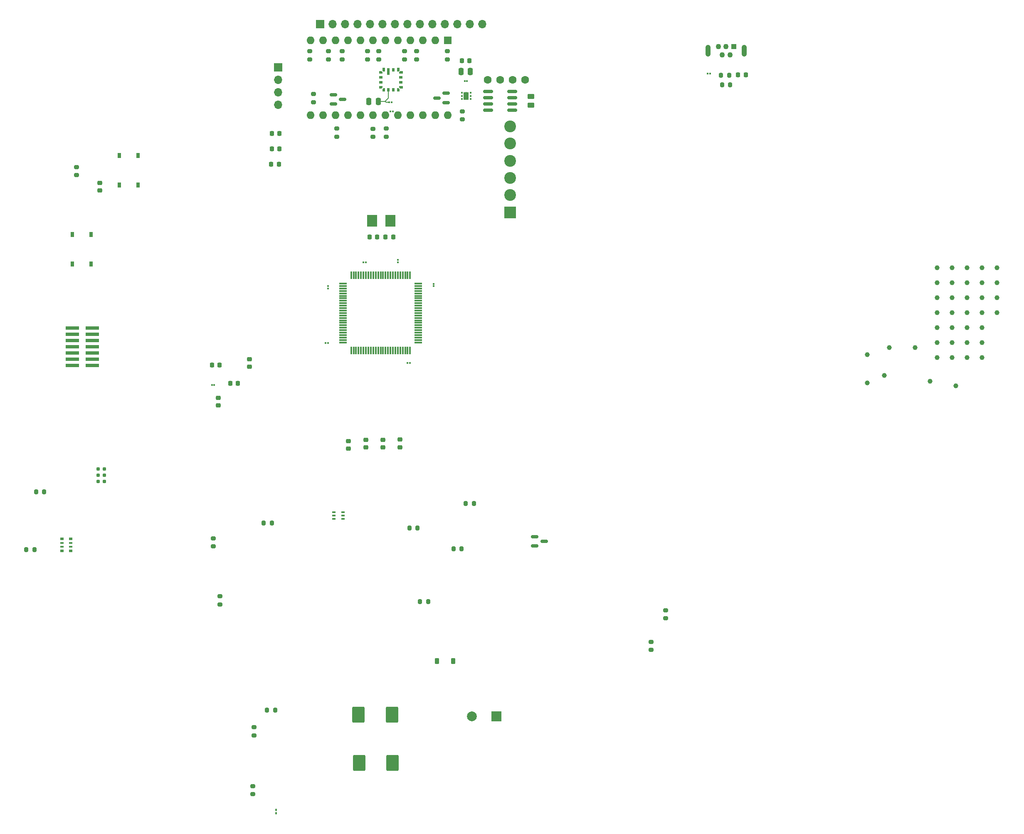
<source format=gbr>
%TF.GenerationSoftware,KiCad,Pcbnew,8.0.3-unknown-1000.20240604git093da7f.fc40*%
%TF.CreationDate,2024-06-05T17:15:31+10:00*%
%TF.ProjectId,l8-kicad,6c382d6b-6963-4616-942e-6b696361645f,1.00*%
%TF.SameCoordinates,Original*%
%TF.FileFunction,Copper,L1,Top*%
%TF.FilePolarity,Positive*%
%FSLAX46Y46*%
G04 Gerber Fmt 4.6, Leading zero omitted, Abs format (unit mm)*
G04 Created by KiCad (PCBNEW 8.0.3-unknown-1000.20240604git093da7f.fc40) date 2024-06-05 17:15:31*
%MOMM*%
%LPD*%
G01*
G04 APERTURE LIST*
G04 Aperture macros list*
%AMRoundRect*
0 Rectangle with rounded corners*
0 $1 Rounding radius*
0 $2 $3 $4 $5 $6 $7 $8 $9 X,Y pos of 4 corners*
0 Add a 4 corners polygon primitive as box body*
4,1,4,$2,$3,$4,$5,$6,$7,$8,$9,$2,$3,0*
0 Add four circle primitives for the rounded corners*
1,1,$1+$1,$2,$3*
1,1,$1+$1,$4,$5*
1,1,$1+$1,$6,$7*
1,1,$1+$1,$8,$9*
0 Add four rect primitives between the rounded corners*
20,1,$1+$1,$2,$3,$4,$5,0*
20,1,$1+$1,$4,$5,$6,$7,0*
20,1,$1+$1,$6,$7,$8,$9,0*
20,1,$1+$1,$8,$9,$2,$3,0*%
G04 Aperture macros list end*
%TA.AperFunction,EtchedComponent*%
%ADD10C,0.000000*%
%TD*%
%TA.AperFunction,SMDPad,CuDef*%
%ADD11RoundRect,0.225000X-0.225000X-0.375000X0.225000X-0.375000X0.225000X0.375000X-0.225000X0.375000X0*%
%TD*%
%TA.AperFunction,SMDPad,CuDef*%
%ADD12RoundRect,0.100000X-0.225000X-0.100000X0.225000X-0.100000X0.225000X0.100000X-0.225000X0.100000X0*%
%TD*%
%TA.AperFunction,SMDPad,CuDef*%
%ADD13RoundRect,0.200000X-0.200000X-0.275000X0.200000X-0.275000X0.200000X0.275000X-0.200000X0.275000X0*%
%TD*%
%TA.AperFunction,ComponentPad*%
%ADD14R,1.100000X1.100000*%
%TD*%
%TA.AperFunction,ComponentPad*%
%ADD15C,1.100000*%
%TD*%
%TA.AperFunction,ComponentPad*%
%ADD16O,1.100000X2.400000*%
%TD*%
%TA.AperFunction,SMDPad,CuDef*%
%ADD17R,2.000000X2.400000*%
%TD*%
%TA.AperFunction,SMDPad,CuDef*%
%ADD18RoundRect,0.200000X0.275000X-0.200000X0.275000X0.200000X-0.275000X0.200000X-0.275000X-0.200000X0*%
%TD*%
%TA.AperFunction,SMDPad,CuDef*%
%ADD19RoundRect,0.225000X0.250000X-0.225000X0.250000X0.225000X-0.250000X0.225000X-0.250000X-0.225000X0*%
%TD*%
%TA.AperFunction,SMDPad,CuDef*%
%ADD20R,0.750000X1.000000*%
%TD*%
%TA.AperFunction,SMDPad,CuDef*%
%ADD21RoundRect,0.075000X-0.075000X0.125000X-0.075000X-0.125000X0.075000X-0.125000X0.075000X0.125000X0*%
%TD*%
%TA.AperFunction,ConnectorPad*%
%ADD22C,0.787400*%
%TD*%
%TA.AperFunction,SMDPad,CuDef*%
%ADD23RoundRect,0.225000X-0.225000X-0.250000X0.225000X-0.250000X0.225000X0.250000X-0.225000X0.250000X0*%
%TD*%
%TA.AperFunction,ComponentPad*%
%ADD24C,1.600200*%
%TD*%
%TA.AperFunction,SMDPad,CuDef*%
%ADD25RoundRect,0.225000X-0.250000X0.225000X-0.250000X-0.225000X0.250000X-0.225000X0.250000X0.225000X0*%
%TD*%
%TA.AperFunction,SMDPad,CuDef*%
%ADD26RoundRect,0.100000X-0.100000X0.130000X-0.100000X-0.130000X0.100000X-0.130000X0.100000X0.130000X0*%
%TD*%
%TA.AperFunction,SMDPad,CuDef*%
%ADD27RoundRect,0.225000X0.225000X0.250000X-0.225000X0.250000X-0.225000X-0.250000X0.225000X-0.250000X0*%
%TD*%
%TA.AperFunction,SMDPad,CuDef*%
%ADD28C,1.000000*%
%TD*%
%TA.AperFunction,SMDPad,CuDef*%
%ADD29RoundRect,0.075000X-0.125000X-0.075000X0.125000X-0.075000X0.125000X0.075000X-0.125000X0.075000X0*%
%TD*%
%TA.AperFunction,SMDPad,CuDef*%
%ADD30RoundRect,0.150000X-0.587500X-0.150000X0.587500X-0.150000X0.587500X0.150000X-0.587500X0.150000X0*%
%TD*%
%TA.AperFunction,SMDPad,CuDef*%
%ADD31RoundRect,0.150000X-0.825000X-0.150000X0.825000X-0.150000X0.825000X0.150000X-0.825000X0.150000X0*%
%TD*%
%TA.AperFunction,SMDPad,CuDef*%
%ADD32RoundRect,0.075000X-0.075000X0.725000X-0.075000X-0.725000X0.075000X-0.725000X0.075000X0.725000X0*%
%TD*%
%TA.AperFunction,SMDPad,CuDef*%
%ADD33RoundRect,0.075000X-0.725000X0.075000X-0.725000X-0.075000X0.725000X-0.075000X0.725000X0.075000X0*%
%TD*%
%TA.AperFunction,SMDPad,CuDef*%
%ADD34RoundRect,0.200000X-0.275000X0.200000X-0.275000X-0.200000X0.275000X-0.200000X0.275000X0.200000X0*%
%TD*%
%TA.AperFunction,ComponentPad*%
%ADD35R,1.700000X1.700000*%
%TD*%
%TA.AperFunction,ComponentPad*%
%ADD36O,1.700000X1.700000*%
%TD*%
%TA.AperFunction,SMDPad,CuDef*%
%ADD37RoundRect,0.218750X0.256250X-0.218750X0.256250X0.218750X-0.256250X0.218750X-0.256250X-0.218750X0*%
%TD*%
%TA.AperFunction,ComponentPad*%
%ADD38R,1.600000X1.600000*%
%TD*%
%TA.AperFunction,ComponentPad*%
%ADD39O,1.600000X1.600000*%
%TD*%
%TA.AperFunction,SMDPad,CuDef*%
%ADD40R,2.794000X0.762000*%
%TD*%
%TA.AperFunction,SMDPad,CuDef*%
%ADD41R,0.800000X0.500000*%
%TD*%
%TA.AperFunction,SMDPad,CuDef*%
%ADD42R,0.800000X0.400000*%
%TD*%
%TA.AperFunction,SMDPad,CuDef*%
%ADD43RoundRect,0.250000X-0.250000X-0.475000X0.250000X-0.475000X0.250000X0.475000X-0.250000X0.475000X0*%
%TD*%
%TA.AperFunction,SMDPad,CuDef*%
%ADD44RoundRect,0.218750X-0.218750X-0.256250X0.218750X-0.256250X0.218750X0.256250X-0.218750X0.256250X0*%
%TD*%
%TA.AperFunction,SMDPad,CuDef*%
%ADD45RoundRect,0.250000X1.000000X-1.400000X1.000000X1.400000X-1.000000X1.400000X-1.000000X-1.400000X0*%
%TD*%
%TA.AperFunction,SMDPad,CuDef*%
%ADD46RoundRect,0.150000X0.587500X0.150000X-0.587500X0.150000X-0.587500X-0.150000X0.587500X-0.150000X0*%
%TD*%
%TA.AperFunction,SMDPad,CuDef*%
%ADD47RoundRect,0.250000X0.450000X-0.262500X0.450000X0.262500X-0.450000X0.262500X-0.450000X-0.262500X0*%
%TD*%
%TA.AperFunction,SMDPad,CuDef*%
%ADD48R,0.508000X1.397000*%
%TD*%
%TA.AperFunction,SMDPad,CuDef*%
%ADD49R,0.050800X0.050800*%
%TD*%
%TA.AperFunction,SMDPad,CuDef*%
%ADD50R,0.711200X0.508000*%
%TD*%
%TA.AperFunction,SMDPad,CuDef*%
%ADD51R,0.508000X0.711200*%
%TD*%
%TA.AperFunction,SMDPad,CuDef*%
%ADD52RoundRect,0.250000X0.250000X0.475000X-0.250000X0.475000X-0.250000X-0.475000X0.250000X-0.475000X0*%
%TD*%
%TA.AperFunction,SMDPad,CuDef*%
%ADD53RoundRect,0.075000X0.075000X-0.125000X0.075000X0.125000X-0.075000X0.125000X-0.075000X-0.125000X0*%
%TD*%
%TA.AperFunction,SMDPad,CuDef*%
%ADD54RoundRect,0.093750X-0.093750X-0.106250X0.093750X-0.106250X0.093750X0.106250X-0.093750X0.106250X0*%
%TD*%
%TA.AperFunction,HeatsinkPad*%
%ADD55C,0.500000*%
%TD*%
%TA.AperFunction,HeatsinkPad*%
%ADD56R,1.000000X1.600000*%
%TD*%
%TA.AperFunction,ComponentPad*%
%ADD57R,2.400000X2.400000*%
%TD*%
%TA.AperFunction,ComponentPad*%
%ADD58C,2.400000*%
%TD*%
%TA.AperFunction,SMDPad,CuDef*%
%ADD59RoundRect,0.200000X0.200000X0.275000X-0.200000X0.275000X-0.200000X-0.275000X0.200000X-0.275000X0*%
%TD*%
%TA.AperFunction,ComponentPad*%
%ADD60R,2.000000X2.000000*%
%TD*%
%TA.AperFunction,ComponentPad*%
%ADD61C,2.000000*%
%TD*%
%TA.AperFunction,Conductor*%
%ADD62C,0.127127*%
%TD*%
G04 APERTURE END LIST*
D10*
%TA.AperFunction,EtchedComponent*%
%TO.C,U5*%
G36*
X124060900Y-111672660D02*
G01*
X124060900Y-112002860D01*
X123349700Y-112002860D01*
X123349700Y-111494860D01*
X123883100Y-111494860D01*
X124060900Y-111672660D01*
G37*
%TD.AperFunction*%
%TA.AperFunction,EtchedComponent*%
G36*
X124060900Y-114827340D02*
G01*
X123883100Y-115005140D01*
X123349700Y-115005140D01*
X123349700Y-114497140D01*
X124060900Y-114497140D01*
X124060900Y-114827340D01*
G37*
%TD.AperFunction*%
%TA.AperFunction,EtchedComponent*%
G36*
X124502860Y-111560900D02*
G01*
X124172660Y-111560900D01*
X123994860Y-111383100D01*
X123994860Y-110849700D01*
X124502860Y-110849700D01*
X124502860Y-111560900D01*
G37*
%TD.AperFunction*%
%TA.AperFunction,EtchedComponent*%
G36*
X124502860Y-115650300D02*
G01*
X123994860Y-115650300D01*
X123994860Y-115116900D01*
X124172660Y-114939100D01*
X124502860Y-114939100D01*
X124502860Y-115650300D01*
G37*
%TD.AperFunction*%
%TA.AperFunction,EtchedComponent*%
G36*
X127505140Y-111383100D02*
G01*
X127327340Y-111560900D01*
X126997140Y-111560900D01*
X126997140Y-110849700D01*
X127505140Y-110849700D01*
X127505140Y-111383100D01*
G37*
%TD.AperFunction*%
%TA.AperFunction,EtchedComponent*%
G36*
X127505140Y-115116900D02*
G01*
X127505140Y-115650300D01*
X126997140Y-115650300D01*
X126997140Y-114939100D01*
X127327340Y-114939100D01*
X127505140Y-115116900D01*
G37*
%TD.AperFunction*%
%TA.AperFunction,EtchedComponent*%
G36*
X128150300Y-112002860D02*
G01*
X127439100Y-112002860D01*
X127439100Y-111672660D01*
X127616900Y-111494860D01*
X128150300Y-111494860D01*
X128150300Y-112002860D01*
G37*
%TD.AperFunction*%
%TA.AperFunction,EtchedComponent*%
G36*
X128150300Y-115005140D02*
G01*
X127616900Y-115005140D01*
X127439100Y-114827340D01*
X127439100Y-114497140D01*
X128150300Y-114497140D01*
X128150300Y-115005140D01*
G37*
%TD.AperFunction*%
%TD*%
D11*
%TO.P,D17,1,K*%
%TO.N,+5V*%
X135100000Y-231600000D03*
%TO.P,D17,2,A*%
%TO.N,Net-(D10-A)*%
X138400000Y-231600000D03*
%TD*%
D12*
%TO.P,D16,1*%
%TO.N,/MCU/PA10*%
X114100000Y-201350000D03*
%TO.P,D16,2*%
%TO.N,GND*%
X114100000Y-202000000D03*
%TO.P,D16,3*%
%TO.N,/MCU/USB_OTG_FS_DP*%
X114100000Y-202650000D03*
%TO.P,D16,4*%
%TO.N,Net-(D10-A)*%
X116000000Y-202650000D03*
%TO.P,D16,5*%
%TO.N,+5V*%
X116000000Y-202000000D03*
%TO.P,D16,6*%
%TO.N,/MCU/USB_OTG_FS_DM*%
X116000000Y-201350000D03*
%TD*%
D13*
%TO.P,R47,1*%
%TO.N,/MCU/Shield*%
X53500000Y-197200000D03*
%TO.P,R47,2*%
%TO.N,GND*%
X55150000Y-197200000D03*
%TD*%
%TO.P,R48,1*%
%TO.N,GND*%
X193200000Y-114275000D03*
%TO.P,R48,2*%
%TO.N,Net-(D10-K)*%
X194850000Y-114275000D03*
%TD*%
%TO.P,R45,1*%
%TO.N,GND*%
X51500000Y-208950000D03*
%TO.P,R45,2*%
%TO.N,/MCU/BOOT0*%
X53150000Y-208950000D03*
%TD*%
D14*
%TO.P,J1,1,VBUS*%
%TO.N,Net-(D10-A)*%
X195600000Y-106475000D03*
D15*
%TO.P,J1,2,D-*%
%TO.N,/MCU/USB_OTG_FS_DM*%
X194800000Y-108225000D03*
%TO.P,J1,3,D+*%
%TO.N,/MCU/USB_OTG_FS_DP*%
X194000000Y-106475000D03*
%TO.P,J1,4,ID*%
%TO.N,/MCU/PA10*%
X193200000Y-108225000D03*
%TO.P,J1,5,GND*%
%TO.N,GND*%
X192400000Y-106475000D03*
D16*
%TO.P,J1,6,Shield*%
%TO.N,/MCU/Shield*%
X197650000Y-107350000D03*
X190350000Y-107350000D03*
%TD*%
D17*
%TO.P,X1,1,1*%
%TO.N,/MCU/RCC_OSC_OUT*%
X121950000Y-142000000D03*
%TO.P,X1,2,2*%
%TO.N,/MCU/RCC_OSC_IN*%
X125650000Y-142000000D03*
%TD*%
D18*
%TO.P,R43,1*%
%TO.N,+3.3V*%
X97850000Y-246750000D03*
%TO.P,R43,2*%
%TO.N,/MCU/NRST*%
X97850000Y-245100000D03*
%TD*%
D19*
%TO.P,C20,1*%
%TO.N,GND*%
X66450000Y-135825000D03*
%TO.P,C20,2*%
%TO.N,/MCU/NRST*%
X66450000Y-134275000D03*
%TD*%
D20*
%TO.P,SW1,1,1*%
%TO.N,+3.3V*%
X60900000Y-150750000D03*
X60900000Y-144750000D03*
%TO.P,SW1,2,2*%
%TO.N,/MCU/BOOT0*%
X64650000Y-150750000D03*
X64650000Y-144750000D03*
%TD*%
D21*
%TO.P,C30,1*%
%TO.N,GND*%
X127175000Y-149900000D03*
%TO.P,C30,2*%
%TO.N,+3.3V*%
X127175000Y-150400000D03*
%TD*%
D22*
%TO.P,J7,1,Pin_1*%
%TO.N,+3.3V*%
X66150000Y-192480000D03*
%TO.P,J7,2,Pin_2*%
%TO.N,/MCU/SYS_JTMS-SWDIO*%
X67420000Y-192480000D03*
%TO.P,J7,3,Pin_3*%
%TO.N,/MCU/NRST*%
X66150000Y-193750000D03*
%TO.P,J7,4,Pin_4*%
%TO.N,/MCU/SYS_JTCK-SWCLK*%
X67420000Y-193750000D03*
%TO.P,J7,5,Pin_5*%
%TO.N,GND*%
X66150000Y-195020000D03*
%TO.P,J7,6,Pin_6*%
%TO.N,/MCU/SYS_JTDO-SWO*%
X67420000Y-195020000D03*
%TD*%
D23*
%TO.P,C29,1*%
%TO.N,GND*%
X89300000Y-171350000D03*
%TO.P,C29,2*%
%TO.N,Net-(U3-VDDA)*%
X90850000Y-171350000D03*
%TD*%
D24*
%TO.P,U1,1,GND*%
%TO.N,GND*%
X145440000Y-113225000D03*
%TO.P,U1,2,VIN*%
%TO.N,+5V*%
X147980000Y-113225000D03*
%TO.P,U1,3,0V*%
%TO.N,/GND_ISO*%
X150520000Y-113225000D03*
%TO.P,U1,4,+VO*%
%TO.N,/+5V_ISO*%
X153060000Y-113225000D03*
%TD*%
D25*
%TO.P,C23,1*%
%TO.N,GND*%
X90550000Y-178000000D03*
%TO.P,C23,2*%
%TO.N,Net-(U3-VDDA)*%
X90550000Y-179550000D03*
%TD*%
D26*
%TO.P,FB1,1*%
%TO.N,+3.3V*%
X102350000Y-261935000D03*
%TO.P,FB1,2*%
%TO.N,Net-(U3-VDDA)*%
X102350000Y-262575000D03*
%TD*%
D18*
%TO.P,R13,1*%
%TO.N,/SENSOR_ON*%
X90950000Y-220100000D03*
%TO.P,R13,2*%
%TO.N,Net-(Q1-G)*%
X90950000Y-218450000D03*
%TD*%
D27*
%TO.P,C5,1*%
%TO.N,GND*%
X141725000Y-109400000D03*
%TO.P,C5,2*%
%TO.N,+3.3V*%
X140175000Y-109400000D03*
%TD*%
D28*
%TO.P,TP4,1,1*%
%TO.N,/SPI2_SDO*%
X222750000Y-169250000D03*
%TD*%
D29*
%TO.P,C6,1*%
%TO.N,/MCU/Shield*%
X190275000Y-111975000D03*
%TO.P,C6,2*%
%TO.N,GND*%
X190775000Y-111975000D03*
%TD*%
%TO.P,C16,1*%
%TO.N,GND*%
X129125000Y-170950000D03*
%TO.P,C16,2*%
%TO.N,+3.3V*%
X129625000Y-170950000D03*
%TD*%
%TO.P,C3,1*%
%TO.N,+3.3V*%
X125675000Y-119700000D03*
%TO.P,C3,2*%
%TO.N,Net-(Q1-D)*%
X126175000Y-119700000D03*
%TD*%
D28*
%TO.P,TP3,1,1*%
%TO.N,/SPI2_SDI*%
X240800000Y-175550000D03*
%TD*%
%TO.P,TP34,1,1*%
%TO.N,/MCU/PE1*%
X246150000Y-163750000D03*
%TD*%
%TO.P,TP31,1,1*%
%TO.N,/MCU/PE8*%
X246150000Y-154600000D03*
%TD*%
%TO.P,TP30,1,1*%
%TO.N,/MCU/PD9*%
X246150000Y-151550000D03*
%TD*%
%TO.P,TP22,1,1*%
%TO.N,/MCU/PB8*%
X243100000Y-151550000D03*
%TD*%
%TO.P,TP9,1,1*%
%TO.N,/MCU/PC7*%
X237000000Y-154600000D03*
%TD*%
%TO.P,TP1,1,1*%
%TO.N,+5V*%
X222750000Y-175000000D03*
%TD*%
D30*
%TO.P,Q5,1,G*%
%TO.N,Net-(Q5-G)*%
X155050000Y-206300000D03*
%TO.P,Q5,2,D*%
%TO.N,Net-(BZ1--)*%
X155050000Y-208200000D03*
%TO.P,Q5,3,S*%
%TO.N,GND*%
X156925000Y-207250000D03*
%TD*%
D28*
%TO.P,TP17,1,1*%
%TO.N,/MCU/PA1*%
X240050000Y-157650000D03*
%TD*%
D25*
%TO.P,C1,1*%
%TO.N,Net-(U3-VCAP_2)*%
X96950000Y-170175000D03*
%TO.P,C1,2*%
%TO.N,GND*%
X96950000Y-171725000D03*
%TD*%
D28*
%TO.P,TP39,1,1*%
%TO.N,/MCU/PD10*%
X249200000Y-157650000D03*
%TD*%
D31*
%TO.P,U2,1,VCC1*%
%TO.N,+3.3V*%
X145525000Y-115595000D03*
%TO.P,U2,2,TXD*%
%TO.N,/CAN1_TX*%
X145525000Y-116865000D03*
%TO.P,U2,3,RXD*%
%TO.N,/CAN1_RX*%
X145525000Y-118135000D03*
%TO.P,U2,4,GND1*%
%TO.N,GND*%
X145525000Y-119405000D03*
%TO.P,U2,5,GND2*%
%TO.N,/GND_ISO*%
X150475000Y-119405000D03*
%TO.P,U2,6,CANL*%
%TO.N,/CAN_L*%
X150475000Y-118135000D03*
%TO.P,U2,7,CANH*%
%TO.N,/CAN_H*%
X150475000Y-116865000D03*
%TO.P,U2,8,VCC2*%
%TO.N,/+5V_ISO*%
X150475000Y-115595000D03*
%TD*%
D32*
%TO.P,U3,1,SPI4_SCK*%
%TO.N,/SPI4_SCK*%
X129650000Y-153075000D03*
%TO.P,U3,2,PE3*%
%TO.N,/SPI4_CS*%
X129150000Y-153075000D03*
%TO.P,U3,3,PE4*%
%TO.N,/SPI4_IRQ*%
X128650000Y-153075000D03*
%TO.P,U3,4,SPI4_MISO*%
%TO.N,/SPI4_SDI*%
X128150000Y-153075000D03*
%TO.P,U3,5,SPI4_MOSI*%
%TO.N,/SPI4_SDO*%
X127650000Y-153075000D03*
%TO.P,U3,6,VBAT*%
%TO.N,+3.3V*%
X127150000Y-153075000D03*
%TO.P,U3,7,PC13*%
%TO.N,/MCU/PC13*%
X126650000Y-153075000D03*
%TO.P,U3,8,PC14*%
%TO.N,/MCU/PC14*%
X126150000Y-153075000D03*
%TO.P,U3,9,PC15*%
%TO.N,/MCU/PC15*%
X125650000Y-153075000D03*
%TO.P,U3,10,VSS*%
%TO.N,GND*%
X125150000Y-153075000D03*
%TO.P,U3,11,VDD*%
%TO.N,+3.3V*%
X124650000Y-153075000D03*
%TO.P,U3,12,PH0*%
%TO.N,/MCU/RCC_OSC_IN*%
X124150000Y-153075000D03*
%TO.P,U3,13,PH1*%
%TO.N,/MCU/RCC_OSC_OUT*%
X123650000Y-153075000D03*
%TO.P,U3,14,NRST*%
%TO.N,/MCU/NRST*%
X123150000Y-153075000D03*
%TO.P,U3,15,PC0*%
%TO.N,/MCU/PC0*%
X122650000Y-153075000D03*
%TO.P,U3,16,PC1*%
%TO.N,/SPI2_CS*%
X122150000Y-153075000D03*
%TO.P,U3,17,SPI2_MISO*%
%TO.N,/SPI2_SDO*%
X121650000Y-153075000D03*
%TO.P,U3,18,SPI2_MOSI*%
%TO.N,/SPI2_SDI*%
X121150000Y-153075000D03*
%TO.P,U3,19,VDD*%
%TO.N,+3.3V*%
X120650000Y-153075000D03*
%TO.P,U3,20,VSSA*%
%TO.N,GND*%
X120150000Y-153075000D03*
%TO.P,U3,21,VREF+*%
%TO.N,Net-(U3-VDDA)*%
X119650000Y-153075000D03*
%TO.P,U3,22,VDDA*%
X119150000Y-153075000D03*
%TO.P,U3,23,PA0*%
%TO.N,/MCU/PA0*%
X118650000Y-153075000D03*
%TO.P,U3,24,PA1*%
%TO.N,/MCU/PA1*%
X118150000Y-153075000D03*
%TO.P,U3,25,USART2_TX*%
%TO.N,/MCU/USART2_TX*%
X117650000Y-153075000D03*
D33*
%TO.P,U3,26,USART2_RX*%
%TO.N,/MCU/USART2_RX*%
X115975000Y-154750000D03*
%TO.P,U3,27,VSS*%
%TO.N,GND*%
X115975000Y-155250000D03*
%TO.P,U3,28,VDD*%
%TO.N,+3.3V*%
X115975000Y-155750000D03*
%TO.P,U3,29,PA4*%
%TO.N,/MCU/PA4*%
X115975000Y-156250000D03*
%TO.P,U3,30,SPI1_SCK*%
%TO.N,/SPI1_SCK*%
X115975000Y-156750000D03*
%TO.P,U3,31,SPI1_MISO*%
%TO.N,/SPI1_SDI*%
X115975000Y-157250000D03*
%TO.P,U3,32,SPI1_MOSI*%
%TO.N,/SPI1_SDO*%
X115975000Y-157750000D03*
%TO.P,U3,33,PC4*%
%TO.N,/SPI1_CS*%
X115975000Y-158250000D03*
%TO.P,U3,34,PC5*%
%TO.N,/SPI1_CS2*%
X115975000Y-158750000D03*
%TO.P,U3,35,PB0*%
%TO.N,/SPI1_IRQ*%
X115975000Y-159250000D03*
%TO.P,U3,36,PB1*%
%TO.N,/SPI1_IRQ2*%
X115975000Y-159750000D03*
%TO.P,U3,37,PB2*%
%TO.N,/MCU/BOOT1*%
X115975000Y-160250000D03*
%TO.P,U3,38,PE7*%
%TO.N,/MCU/PE7*%
X115975000Y-160750000D03*
%TO.P,U3,39,PE8*%
%TO.N,/MCU/PE8*%
X115975000Y-161250000D03*
%TO.P,U3,40,PE9*%
%TO.N,/MCU/PE9*%
X115975000Y-161750000D03*
%TO.P,U3,41,PE10*%
%TO.N,/MCU/PE10*%
X115975000Y-162250000D03*
%TO.P,U3,42,PE11*%
%TO.N,/MCU/PE11*%
X115975000Y-162750000D03*
%TO.P,U3,43,PE12*%
%TO.N,/MCU/PE12*%
X115975000Y-163250000D03*
%TO.P,U3,44,PE13*%
%TO.N,/MCU/BEEPER*%
X115975000Y-163750000D03*
%TO.P,U3,45,PE14*%
%TO.N,/LCD_ON*%
X115975000Y-164250000D03*
%TO.P,U3,46,PE15*%
%TO.N,/SENSOR_ON*%
X115975000Y-164750000D03*
%TO.P,U3,47,PB10*%
%TO.N,/MCU/PB10*%
X115975000Y-165250000D03*
%TO.P,U3,48,PB11*%
%TO.N,/MCU/PB11*%
X115975000Y-165750000D03*
%TO.P,U3,49,VCAP_1*%
%TO.N,Net-(U3-VCAP_1)*%
X115975000Y-166250000D03*
%TO.P,U3,50,VDD*%
%TO.N,+3.3V*%
X115975000Y-166750000D03*
D32*
%TO.P,U3,51,PB12*%
%TO.N,/MCU/PB12*%
X117650000Y-168425000D03*
%TO.P,U3,52,SPI2_SCK*%
%TO.N,/SPI2_SCK*%
X118150000Y-168425000D03*
%TO.P,U3,53,PB14*%
%TO.N,/SPI2_IRQ*%
X118650000Y-168425000D03*
%TO.P,U3,54,PB15*%
%TO.N,/SPI2_IRQ2*%
X119150000Y-168425000D03*
%TO.P,U3,55,PD8*%
%TO.N,/MCU/PD8*%
X119650000Y-168425000D03*
%TO.P,U3,56,PD9*%
%TO.N,/MCU/PD9*%
X120150000Y-168425000D03*
%TO.P,U3,57,PD10*%
%TO.N,/MCU/PD10*%
X120650000Y-168425000D03*
%TO.P,U3,58,PD11*%
%TO.N,/MCU/PD11*%
X121150000Y-168425000D03*
%TO.P,U3,59,PD12*%
%TO.N,/MCU/PD12*%
X121650000Y-168425000D03*
%TO.P,U3,60,PD13*%
%TO.N,/MCU/PD13*%
X122150000Y-168425000D03*
%TO.P,U3,61,PD14*%
%TO.N,/MCU/PD14*%
X122650000Y-168425000D03*
%TO.P,U3,62,PD15*%
%TO.N,/MCU/PD15*%
X123150000Y-168425000D03*
%TO.P,U3,63,PC6*%
%TO.N,/MCU/PC6*%
X123650000Y-168425000D03*
%TO.P,U3,64,PC7*%
%TO.N,/MCU/PC7*%
X124150000Y-168425000D03*
%TO.P,U3,65,PC8*%
%TO.N,/MCU/PC8*%
X124650000Y-168425000D03*
%TO.P,U3,66,PC9*%
%TO.N,/MCU/PC9*%
X125150000Y-168425000D03*
%TO.P,U3,67,PA8*%
%TO.N,/MCU/PA8*%
X125650000Y-168425000D03*
%TO.P,U3,68,USB_OTG_FS_VBUS*%
%TO.N,/MCU/USB_OTG_FS_VBUS*%
X126150000Y-168425000D03*
%TO.P,U3,69,PA10*%
%TO.N,/MCU/PA10*%
X126650000Y-168425000D03*
%TO.P,U3,70,USB_OTG_FS_DM*%
%TO.N,/MCU/USB_OTG_FS_DM*%
X127150000Y-168425000D03*
%TO.P,U3,71,USB_OTG_FS_DP*%
%TO.N,/MCU/USB_OTG_FS_DP*%
X127650000Y-168425000D03*
%TO.P,U3,72,SYS_JTMS-SWDIO*%
%TO.N,/MCU/SYS_JTMS-SWDIO*%
X128150000Y-168425000D03*
%TO.P,U3,73,VCAP_2*%
%TO.N,Net-(U3-VCAP_2)*%
X128650000Y-168425000D03*
%TO.P,U3,74,VSS*%
%TO.N,GND*%
X129150000Y-168425000D03*
%TO.P,U3,75,VDD*%
%TO.N,+3.3V*%
X129650000Y-168425000D03*
D33*
%TO.P,U3,76,SYS_JTCK-SWCLK*%
%TO.N,/MCU/SYS_JTCK-SWCLK*%
X131325000Y-166750000D03*
%TO.P,U3,77,SYS_JTDI*%
%TO.N,/MCU/SYS_JTDI*%
X131325000Y-166250000D03*
%TO.P,U3,78,SPI3_SCK*%
%TO.N,Net-(U3-PC10)*%
X131325000Y-165750000D03*
%TO.P,U3,79,SPI3_MISO*%
%TO.N,Net-(U3-PC11)*%
X131325000Y-165250000D03*
%TO.P,U3,80,SPI3_MOSI*%
%TO.N,Net-(U3-PC12)*%
X131325000Y-164750000D03*
%TO.P,U3,81,PD0*%
%TO.N,/CAN1_RX*%
X131325000Y-164250000D03*
%TO.P,U3,82,PD1*%
%TO.N,/CAN1_TX*%
X131325000Y-163750000D03*
%TO.P,U3,83,PD2*%
%TO.N,/SPI3_CS*%
X131325000Y-163250000D03*
%TO.P,U3,84,PD3*%
%TO.N,/LCD_RESET*%
X131325000Y-162750000D03*
%TO.P,U3,85,PD4*%
%TO.N,/LCD_LED*%
X131325000Y-162250000D03*
%TO.P,U3,86,PD5*%
%TO.N,/LCD_DC*%
X131325000Y-161750000D03*
%TO.P,U3,87,PD6*%
%TO.N,/MCU/PD6*%
X131325000Y-161250000D03*
%TO.P,U3,88,PD7*%
%TO.N,/MCU/PD7*%
X131325000Y-160750000D03*
%TO.P,U3,89,SYS_JTDO-SWO*%
%TO.N,/MCU/SYS_JTDO-SWO*%
X131325000Y-160250000D03*
%TO.P,U3,90,PB4*%
%TO.N,/MCU/PB4*%
X131325000Y-159750000D03*
%TO.P,U3,91,PB5*%
%TO.N,/MCU/PB5*%
X131325000Y-159250000D03*
%TO.P,U3,92,USART1_TX*%
%TO.N,/MCU/USART1_TX*%
X131325000Y-158750000D03*
%TO.P,U3,93,USART1_RX*%
%TO.N,/MCU/USART1_RX*%
X131325000Y-158250000D03*
%TO.P,U3,94,BOOT0*%
%TO.N,/MCU/BOOT0*%
X131325000Y-157750000D03*
%TO.P,U3,95,PB8*%
%TO.N,/MCU/PB8*%
X131325000Y-157250000D03*
%TO.P,U3,96,PB9*%
%TO.N,/MCU/PB9*%
X131325000Y-156750000D03*
%TO.P,U3,97,PE0*%
%TO.N,/MCU/PE0*%
X131325000Y-156250000D03*
%TO.P,U3,98,PE1*%
%TO.N,/MCU/PE1*%
X131325000Y-155750000D03*
%TO.P,U3,99,VSS*%
%TO.N,GND*%
X131325000Y-155250000D03*
%TO.P,U3,100,VDD*%
%TO.N,+3.3V*%
X131325000Y-154750000D03*
%TD*%
D34*
%TO.P,R3,1*%
%TO.N,Net-(Q4-G)*%
X110000000Y-116175000D03*
%TO.P,R3,2*%
%TO.N,/LCD_ON*%
X110000000Y-117825000D03*
%TD*%
D28*
%TO.P,TP21,1,1*%
%TO.N,/MCU/PB5*%
X240050000Y-169850000D03*
%TD*%
D34*
%TO.P,R39,1*%
%TO.N,/SPI4_CS*%
X137250000Y-107425000D03*
%TO.P,R39,2*%
%TO.N,+3.3V*%
X137250000Y-109075000D03*
%TD*%
D35*
%TO.P,J2,1,VCC*%
%TO.N,+3.3V*%
X111340000Y-101880000D03*
D36*
%TO.P,J2,2,GND*%
%TO.N,Net-(J2-GND)*%
X113880000Y-101880000D03*
%TO.P,J2,3,CS*%
%TO.N,/SPI3_CS*%
X116420000Y-101880000D03*
%TO.P,J2,4,RESET*%
%TO.N,/LCD_RESET*%
X118960000Y-101880000D03*
%TO.P,J2,5,D/C*%
%TO.N,/LCD_DC*%
X121500000Y-101880000D03*
%TO.P,J2,6,SDI*%
%TO.N,/SPI3_SDO*%
X124040000Y-101880000D03*
%TO.P,J2,7,SCK*%
%TO.N,/SPI3_SCK*%
X126580000Y-101880000D03*
%TO.P,J2,8,LED*%
%TO.N,/LCD_LED*%
X129120000Y-101880000D03*
%TO.P,J2,9,SDO*%
%TO.N,/SPI3_SDI*%
X131660000Y-101880000D03*
%TO.P,J2,10,T_SCK*%
%TO.N,/SPI4_SCK*%
X134200000Y-101880000D03*
%TO.P,J2,11,T_CS*%
%TO.N,/SPI4_CS*%
X136740000Y-101880000D03*
%TO.P,J2,12,T_SDI*%
%TO.N,/SPI4_SDO*%
X139280000Y-101880000D03*
%TO.P,J2,13,T_SDO*%
%TO.N,/SPI4_SDI*%
X141820000Y-101880000D03*
%TO.P,J2,14,T_IRQ*%
%TO.N,/SPI4_IRQ*%
X144360000Y-101880000D03*
%TD*%
D29*
%TO.P,C4,1*%
%TO.N,+3.3V*%
X140750000Y-113550000D03*
%TO.P,C4,2*%
%TO.N,GND*%
X141250000Y-113550000D03*
%TD*%
D28*
%TO.P,TP12,1,1*%
%TO.N,/MCU/PC13*%
X237000000Y-163750000D03*
%TD*%
D35*
%TO.P,PS1,1,VOUT*%
%TO.N,+5V*%
X102750000Y-110750000D03*
D36*
%TO.P,PS1,2,GND*%
%TO.N,GND*%
X102750000Y-113290000D03*
%TO.P,PS1,3,VIN*%
%TO.N,Net-(D1-A)*%
X102750000Y-115830000D03*
%TO.P,PS1,4,SHDN*%
%TO.N,unconnected-(PS1-SHDN-Pad4)*%
X102750000Y-118370000D03*
%TD*%
D34*
%TO.P,R10,1*%
%TO.N,Net-(Q1-D)*%
X181721140Y-221293400D03*
%TO.P,R10,2*%
%TO.N,/SPI2_IRQ2*%
X181721140Y-222943400D03*
%TD*%
D37*
%TO.P,D4,1,K*%
%TO.N,Net-(D4-K)*%
X117050000Y-188375000D03*
%TO.P,D4,2,A*%
%TO.N,/MCU/PD12*%
X117050000Y-186800000D03*
%TD*%
D28*
%TO.P,TP32,1,1*%
%TO.N,/MCU/PE7*%
X246150000Y-157650000D03*
%TD*%
%TO.P,TP40,1,1*%
%TO.N,/MCU/PD11*%
X249200000Y-160700000D03*
%TD*%
D38*
%TO.P,U4,1,VDD*%
%TO.N,+3.3V*%
X137349100Y-105250000D03*
D39*
%TO.P,U4,2,VDD_IO*%
X134809100Y-105250000D03*
%TO.P,U4,3*%
%TO.N,unconnected-(U4-Pad3)*%
X132269100Y-105250000D03*
%TO.P,U4,4*%
%TO.N,unconnected-(U4-Pad4)*%
X129729100Y-105250000D03*
%TO.P,U4,5*%
%TO.N,unconnected-(U4-Pad5)*%
X127189100Y-105250000D03*
%TO.P,U4,6*%
%TO.N,unconnected-(U4-Pad6)*%
X124649100Y-105250000D03*
%TO.P,U4,7*%
%TO.N,unconnected-(U4-Pad7)*%
X122109100Y-105250000D03*
%TO.P,U4,8*%
%TO.N,unconnected-(U4-Pad8)*%
X119569100Y-105250000D03*
%TO.P,U4,9*%
%TO.N,unconnected-(U4-Pad9)*%
X117029100Y-105250000D03*
%TO.P,U4,10*%
%TO.N,unconnected-(U4-Pad10)*%
X114489100Y-105250000D03*
%TO.P,U4,11*%
%TO.N,unconnected-(U4-Pad11)*%
X111949100Y-105250000D03*
%TO.P,U4,12*%
%TO.N,unconnected-(U4-Pad12)*%
X109409100Y-105250000D03*
%TO.P,U4,13,GND*%
%TO.N,Net-(Q1-D)*%
X109409100Y-120490000D03*
%TO.P,U4,14,DIL_INT1*%
%TO.N,/SPI1_IRQ*%
X111949100Y-120490000D03*
%TO.P,U4,15,DIL_INT2*%
%TO.N,/SPI1_IRQ2*%
X114489100Y-120490000D03*
%TO.P,U4,16,DIL_INT3*%
%TO.N,unconnected-(U4-DIL_INT3-Pad16)*%
X117029100Y-120490000D03*
%TO.P,U4,17,DIL_INT4*%
%TO.N,unconnected-(U4-DIL_INT4-Pad17)*%
X119569100Y-120490000D03*
%TO.P,U4,18,SPI_dut_CS2*%
%TO.N,/SPI1_CS2*%
X122109100Y-120490000D03*
%TO.P,U4,19,CS*%
%TO.N,/SPI1_CS*%
X124649100Y-120490000D03*
%TO.P,U4,20,SCL*%
%TO.N,/SPI1_SCK*%
X127189100Y-120490000D03*
%TO.P,U4,21,SDA*%
%TO.N,/SPI1_SDO*%
X129729100Y-120490000D03*
%TO.P,U4,22,SDO*%
%TO.N,/SPI1_SDI*%
X132269100Y-120490000D03*
%TO.P,U4,23*%
%TO.N,unconnected-(U4-Pad23)*%
X134809100Y-120490000D03*
%TO.P,U4,24*%
%TO.N,unconnected-(U4-Pad24)*%
X137349100Y-120490000D03*
%TD*%
D40*
%TO.P,J4,1,NC*%
%TO.N,unconnected-(J4-NC-Pad1)*%
X64914000Y-163850000D03*
%TO.P,J4,2,NC*%
%TO.N,unconnected-(J4-NC-Pad2)*%
X60850000Y-163850000D03*
%TO.P,J4,3,VCC*%
%TO.N,+3.3V*%
X64914000Y-165120000D03*
%TO.P,J4,4,JTMS/SWDIO*%
%TO.N,/MCU/SYS_JTMS-SWDIO*%
X60850000Y-165120000D03*
%TO.P,J4,5,GND*%
%TO.N,GND*%
X64914000Y-166390000D03*
%TO.P,J4,6,JCLK/SWCLK*%
%TO.N,/MCU/SYS_JTCK-SWCLK*%
X60850000Y-166390000D03*
%TO.P,J4,7,GND*%
%TO.N,GND*%
X64914000Y-167660000D03*
%TO.P,J4,8,JTDO/SWO*%
%TO.N,/MCU/SYS_JTDO-SWO*%
X60850000Y-167660000D03*
%TO.P,J4,9,JRCLK/NC*%
%TO.N,unconnected-(J4-JRCLK{slash}NC-Pad9)*%
X64914000Y-168930000D03*
%TO.P,J4,10,JTDI/NC*%
%TO.N,/MCU/SYS_JTDI*%
X60850000Y-168930000D03*
%TO.P,J4,11,GNDDetect*%
%TO.N,Net-(J4-GNDDetect)*%
X64914000Y-170200000D03*
%TO.P,J4,12,~{RST}*%
%TO.N,/MCU/NRST*%
X60850000Y-170200000D03*
%TO.P,J4,13,VCP_RX*%
%TO.N,/MCU/USART2_RX*%
X64914000Y-171470000D03*
%TO.P,J4,14,VCP_TX*%
%TO.N,/MCU/USART2_TX*%
X60850000Y-171470000D03*
%TD*%
D41*
%TO.P,RN2,1,R1.1*%
%TO.N,Net-(D11-K)*%
X60550000Y-209150000D03*
D42*
%TO.P,RN2,2,R2.1*%
%TO.N,Net-(D6-K)*%
X60550000Y-208350000D03*
%TO.P,RN2,3,R3.1*%
%TO.N,Net-(D5-K)*%
X60550000Y-207550000D03*
D41*
%TO.P,RN2,4,R4.1*%
%TO.N,Net-(D4-K)*%
X60550000Y-206750000D03*
%TO.P,RN2,5,R4.2*%
%TO.N,GND*%
X58750000Y-206750000D03*
D42*
%TO.P,RN2,6,R3.2*%
X58750000Y-207550000D03*
%TO.P,RN2,7,R2.2*%
X58750000Y-208350000D03*
D41*
%TO.P,RN2,8,R1.2*%
X58750000Y-209150000D03*
%TD*%
D21*
%TO.P,C12,1*%
%TO.N,GND*%
X112975000Y-155300000D03*
%TO.P,C12,2*%
%TO.N,+3.3V*%
X112975000Y-155800000D03*
%TD*%
D28*
%TO.P,TP38,1,1*%
%TO.N,/MCU/PE12*%
X249200000Y-154600000D03*
%TD*%
D23*
%TO.P,C14,1*%
%TO.N,/MCU/RCC_OSC_OUT*%
X121375000Y-145250000D03*
%TO.P,C14,2*%
%TO.N,GND*%
X122925000Y-145250000D03*
%TD*%
D28*
%TO.P,TP35,1,1*%
%TO.N,/MCU/PE9*%
X246150000Y-166800000D03*
%TD*%
D13*
%TO.P,R33,1*%
%TO.N,GND*%
X129500000Y-204500000D03*
%TO.P,R33,2*%
%TO.N,Net-(Q5-G)*%
X131150000Y-204500000D03*
%TD*%
D20*
%TO.P,SW2,1,1*%
%TO.N,/MCU/NRST*%
X70475000Y-134650000D03*
X70475000Y-128650000D03*
%TO.P,SW2,2,2*%
%TO.N,GND*%
X74225000Y-134650000D03*
X74225000Y-128650000D03*
%TD*%
D28*
%TO.P,TP2,1,1*%
%TO.N,+3.3V*%
X226250000Y-173500000D03*
%TD*%
D43*
%TO.P,C7,1*%
%TO.N,+3.3V*%
X140000000Y-111600000D03*
%TO.P,C7,2*%
%TO.N,GND*%
X141900000Y-111600000D03*
%TD*%
D28*
%TO.P,TP10,1,1*%
%TO.N,/MCU/PC8*%
X237000000Y-157650000D03*
%TD*%
%TO.P,TP8,1,1*%
%TO.N,/MCU/PC6*%
X237000000Y-151550000D03*
%TD*%
D34*
%TO.P,R38,1*%
%TO.N,/LCD_RESET*%
X121000000Y-107425000D03*
%TO.P,R38,2*%
%TO.N,+3.3V*%
X121000000Y-109075000D03*
%TD*%
%TO.P,R37,1*%
%TO.N,/SPI3_CS*%
X115812500Y-107425000D03*
%TO.P,R37,2*%
%TO.N,+3.3V*%
X115812500Y-109075000D03*
%TD*%
D29*
%TO.P,C2,1*%
%TO.N,+3.3V*%
X125350000Y-117850000D03*
%TO.P,C2,2*%
%TO.N,Net-(Q1-D)*%
X125850000Y-117850000D03*
%TD*%
D28*
%TO.P,TP27,1,1*%
%TO.N,/MCU/PD6*%
X243100000Y-163750000D03*
%TD*%
%TO.P,TP20,1,1*%
%TO.N,/MCU/PB4*%
X240050000Y-166800000D03*
%TD*%
D30*
%TO.P,Q4,1,G*%
%TO.N,Net-(Q4-G)*%
X114062500Y-116300000D03*
%TO.P,Q4,2,D*%
%TO.N,Net-(J2-GND)*%
X114062500Y-118200000D03*
%TO.P,Q4,3,S*%
%TO.N,GND*%
X115937500Y-117250000D03*
%TD*%
D13*
%TO.P,R2,1*%
%TO.N,GND*%
X141000000Y-199500000D03*
%TO.P,R2,2*%
%TO.N,Net-(Q1-G)*%
X142650000Y-199500000D03*
%TD*%
%TO.P,R12,1*%
%TO.N,Net-(Q1-D)*%
X99850000Y-203500000D03*
%TO.P,R12,2*%
%TO.N,/SPI1_IRQ*%
X101500000Y-203500000D03*
%TD*%
D28*
%TO.P,TP18,1,1*%
%TO.N,/MCU/PA4*%
X240050000Y-160700000D03*
%TD*%
%TO.P,TP16,1,1*%
%TO.N,/MCU/PA0*%
X240050000Y-154600000D03*
%TD*%
%TO.P,TP25,1,1*%
%TO.N,/MCU/PB11*%
X243100000Y-157650000D03*
%TD*%
D44*
%TO.P,D1,1,K*%
%TO.N,Net-(D1-K)*%
X101475000Y-124150000D03*
%TO.P,D1,2,A*%
%TO.N,Net-(D1-A)*%
X103050000Y-124150000D03*
%TD*%
D28*
%TO.P,TP5,1,1*%
%TO.N,/SPI2_SCK*%
X235550000Y-174650000D03*
%TD*%
%TO.P,TP7,1,1*%
%TO.N,/GND_ISO*%
X232500000Y-167750000D03*
%TD*%
D18*
%TO.P,R35,1*%
%TO.N,Net-(J4-GNDDetect)*%
X61720000Y-132665000D03*
%TO.P,R35,2*%
%TO.N,GND*%
X61720000Y-131015000D03*
%TD*%
D29*
%TO.P,C11,1*%
%TO.N,GND*%
X120125000Y-150450000D03*
%TO.P,C11,2*%
%TO.N,+3.3V*%
X120625000Y-150450000D03*
%TD*%
D34*
%TO.P,R7,1*%
%TO.N,/SPI1_CS2*%
X122050000Y-123225000D03*
%TO.P,R7,2*%
%TO.N,+3.3V*%
X122050000Y-124875000D03*
%TD*%
D45*
%TO.P,D2,1,K*%
%TO.N,Net-(D1-A)*%
X119150000Y-242550000D03*
%TO.P,D2,2,A*%
%TO.N,/VBATT*%
X125950000Y-242550000D03*
%TD*%
D46*
%TO.P,Q1,1,G*%
%TO.N,Net-(Q1-G)*%
X137000000Y-117900000D03*
%TO.P,Q1,2,D*%
%TO.N,Net-(Q1-D)*%
X137000000Y-116000000D03*
%TO.P,Q1,3,S*%
%TO.N,GND*%
X135125000Y-116950000D03*
%TD*%
D29*
%TO.P,C15,1*%
%TO.N,GND*%
X112450000Y-166850000D03*
%TO.P,C15,2*%
%TO.N,+3.3V*%
X112950000Y-166850000D03*
%TD*%
D13*
%TO.P,R32,1*%
%TO.N,Net-(Q5-G)*%
X138500000Y-208750000D03*
%TO.P,R32,2*%
%TO.N,/MCU/BEEPER*%
X140150000Y-208750000D03*
%TD*%
D44*
%TO.P,D10,1,K*%
%TO.N,Net-(D10-K)*%
X196412500Y-112275000D03*
%TO.P,D10,2,A*%
%TO.N,Net-(D10-A)*%
X197987500Y-112275000D03*
%TD*%
D13*
%TO.P,R36,1*%
%TO.N,GND*%
X131675000Y-219500000D03*
%TO.P,R36,2*%
%TO.N,/MCU/BOOT1*%
X133325000Y-219500000D03*
%TD*%
D28*
%TO.P,TP33,1,1*%
%TO.N,/MCU/PE0*%
X246150000Y-160700000D03*
%TD*%
D47*
%TO.P,R1,1*%
%TO.N,/CAN_L*%
X154225000Y-118470000D03*
%TO.P,R1,2*%
%TO.N,/CAN_H*%
X154225000Y-116645000D03*
%TD*%
D37*
%TO.P,D5,1,K*%
%TO.N,Net-(D5-K)*%
X120618750Y-188137500D03*
%TO.P,D5,2,A*%
%TO.N,/MCU/PD13*%
X120618750Y-186562500D03*
%TD*%
D28*
%TO.P,TP24,1,1*%
%TO.N,/MCU/PB10*%
X243100000Y-154600000D03*
%TD*%
D48*
%TO.P,U5,1,SPC*%
%TO.N,/SPI2_SCK*%
X125249620Y-111548200D03*
D49*
%TO.P,U5,2,SDI*%
%TO.N,/SPI2_SDO*%
X124248860Y-111205300D03*
%TO.P,U5,3,SDO*%
%TO.N,/SPI2_SDI*%
X123705300Y-111748860D03*
D50*
%TO.P,U5,4,CS*%
%TO.N,/SPI2_CS*%
X123705300Y-112749620D03*
%TO.P,U5,5,INT2*%
%TO.N,/SPI2_IRQ2*%
X123705300Y-113750380D03*
D49*
%TO.P,U5,6,INT1*%
%TO.N,/SPI2_IRQ*%
X123705300Y-114751140D03*
%TO.P,U5,7,VDD_IO*%
%TO.N,+3.3V*%
X124248860Y-115294700D03*
D51*
%TO.P,U5,8,VDD*%
X125249620Y-115294700D03*
%TO.P,U5,9,GND*%
%TO.N,Net-(Q1-D)*%
X126250380Y-115294700D03*
D49*
%TO.P,U5,10,GND__1*%
X127251140Y-115294700D03*
%TO.P,U5,11,GND__2*%
X127794700Y-114751140D03*
D50*
%TO.P,U5,12,GND__3*%
X127794700Y-113750380D03*
%TO.P,U5,13,GND__4*%
X127794700Y-112749620D03*
D49*
%TO.P,U5,14,GND__5*%
X127794700Y-111748860D03*
%TO.P,U5,15,GND__6*%
X127251140Y-111205300D03*
D51*
%TO.P,U5,16,GND__7*%
X126250380Y-111205300D03*
%TD*%
D28*
%TO.P,TP36,1,1*%
%TO.N,/MCU/PE10*%
X246150000Y-169850000D03*
%TD*%
D34*
%TO.P,R15,1*%
%TO.N,/SPI1_CS*%
X124750000Y-123175000D03*
%TO.P,R15,2*%
%TO.N,+3.3V*%
X124750000Y-124825000D03*
%TD*%
D13*
%TO.P,R4,1*%
%TO.N,GND*%
X192975000Y-112325000D03*
%TO.P,R4,2*%
%TO.N,Net-(D1-K)*%
X194625000Y-112325000D03*
%TD*%
D34*
%TO.P,R14,1*%
%TO.N,GND*%
X109250000Y-107425000D03*
%TO.P,R14,2*%
%TO.N,Net-(Q4-G)*%
X109250000Y-109075000D03*
%TD*%
D28*
%TO.P,TP26,1,1*%
%TO.N,/MCU/PB12*%
X243100000Y-160700000D03*
%TD*%
D18*
%TO.P,R27,1*%
%TO.N,Net-(U3-PC10)*%
X128500000Y-109075000D03*
%TO.P,R27,2*%
%TO.N,/SPI3_SCK*%
X128500000Y-107425000D03*
%TD*%
D29*
%TO.P,C9,1*%
%TO.N,Net-(U3-VDDA)*%
X89275000Y-175450000D03*
%TO.P,C9,2*%
%TO.N,GND*%
X89775000Y-175450000D03*
%TD*%
D52*
%TO.P,C10,1*%
%TO.N,+3.3V*%
X123150000Y-117650000D03*
%TO.P,C10,2*%
%TO.N,Net-(Q1-D)*%
X121250000Y-117650000D03*
%TD*%
D28*
%TO.P,TP14,1,1*%
%TO.N,/MCU/PC15*%
X237000000Y-169850000D03*
%TD*%
%TO.P,TP19,1,1*%
%TO.N,/MCU/PA8*%
X240050000Y-163750000D03*
%TD*%
D34*
%TO.P,R9,1*%
%TO.N,Net-(Q1-D)*%
X178706440Y-227704920D03*
%TO.P,R9,2*%
%TO.N,/SPI2_IRQ*%
X178706440Y-229354920D03*
%TD*%
%TO.P,R34,1*%
%TO.N,Net-(J2-GND)*%
X113000000Y-107425000D03*
%TO.P,R34,2*%
%TO.N,Net-(D9-K)*%
X113000000Y-109075000D03*
%TD*%
D28*
%TO.P,TP37,1,1*%
%TO.N,/MCU/PE11*%
X249200000Y-151550000D03*
%TD*%
%TO.P,TP11,1,1*%
%TO.N,/MCU/PC9*%
X237000000Y-160700000D03*
%TD*%
D37*
%TO.P,D6,1,K*%
%TO.N,Net-(D6-K)*%
X124150000Y-188137500D03*
%TO.P,D6,2,A*%
%TO.N,/MCU/PD14*%
X124150000Y-186562500D03*
%TD*%
D28*
%TO.P,TP15,1,1*%
%TO.N,/MCU/PC0*%
X240050000Y-151550000D03*
%TD*%
D18*
%TO.P,R5,1*%
%TO.N,Net-(D10-A)*%
X89600000Y-208300000D03*
%TO.P,R5,2*%
%TO.N,/MCU/USB_OTG_FS_VBUS*%
X89600000Y-206650000D03*
%TD*%
D44*
%TO.P,D8,1,K*%
%TO.N,Net-(D8-K)*%
X101362500Y-130450000D03*
%TO.P,D8,2,A*%
%TO.N,+3.3V*%
X102937500Y-130450000D03*
%TD*%
D45*
%TO.P,D3,1,A1*%
%TO.N,Net-(D1-A)*%
X119300000Y-252400000D03*
%TO.P,D3,2,A2*%
%TO.N,GND*%
X126100000Y-252400000D03*
%TD*%
D28*
%TO.P,TP6,1,1*%
%TO.N,/+5V_ISO*%
X227250000Y-167750000D03*
%TD*%
%TO.P,TP13,1,1*%
%TO.N,/MCU/PC14*%
X237000000Y-166800000D03*
%TD*%
D37*
%TO.P,D11,1,K*%
%TO.N,Net-(D11-K)*%
X127587500Y-188100000D03*
%TO.P,D11,2,A*%
%TO.N,/MCU/PD15*%
X127587500Y-186525000D03*
%TD*%
D18*
%TO.P,R28,1*%
%TO.N,Net-(U3-PC11)*%
X131000000Y-109075000D03*
%TO.P,R28,2*%
%TO.N,/SPI3_SDI*%
X131000000Y-107425000D03*
%TD*%
D44*
%TO.P,D9,1,K*%
%TO.N,Net-(D9-K)*%
X101475000Y-127350000D03*
%TO.P,D9,2,A*%
%TO.N,+3.3V*%
X103050000Y-127350000D03*
%TD*%
D28*
%TO.P,TP29,1,1*%
%TO.N,/MCU/PD8*%
X243100000Y-169850000D03*
%TD*%
%TO.P,TP28,1,1*%
%TO.N,/MCU/PD7*%
X243100000Y-166800000D03*
%TD*%
D27*
%TO.P,C13,1*%
%TO.N,/MCU/RCC_OSC_IN*%
X126200000Y-145250000D03*
%TO.P,C13,2*%
%TO.N,GND*%
X124650000Y-145250000D03*
%TD*%
D18*
%TO.P,R30,1*%
%TO.N,Net-(Q1-D)*%
X140250000Y-121325000D03*
%TO.P,R30,2*%
%TO.N,Net-(D8-K)*%
X140250000Y-119675000D03*
%TD*%
D34*
%TO.P,R8,1*%
%TO.N,/SPI2_CS*%
X97600000Y-257100000D03*
%TO.P,R8,2*%
%TO.N,+3.3V*%
X97600000Y-258750000D03*
%TD*%
D53*
%TO.P,C17,1*%
%TO.N,GND*%
X134475000Y-155300000D03*
%TO.P,C17,2*%
%TO.N,+3.3V*%
X134475000Y-154800000D03*
%TD*%
D54*
%TO.P,U22,1,OUT*%
%TO.N,+3.3V*%
X140175000Y-115887500D03*
%TO.P,U22,2,SNS*%
X140175000Y-116537500D03*
%TO.P,U22,3,GND*%
%TO.N,GND*%
X140175000Y-117187500D03*
%TO.P,U22,4,EN*%
%TO.N,unconnected-(U22-EN-Pad4)*%
X141950000Y-117187500D03*
%TO.P,U22,5,GND*%
%TO.N,GND*%
X141950000Y-116537500D03*
%TO.P,U22,6,IN*%
%TO.N,+5V*%
X141950000Y-115887500D03*
D55*
%TO.P,U22,7,PAD*%
%TO.N,GND*%
X141062500Y-115987500D03*
D56*
X141062500Y-116537500D03*
D55*
X141062500Y-117087500D03*
%TD*%
D18*
%TO.P,R29,1*%
%TO.N,Net-(U3-PC12)*%
X123250000Y-109075000D03*
%TO.P,R29,2*%
%TO.N,/SPI3_SDO*%
X123250000Y-107425000D03*
%TD*%
%TO.P,R11,1*%
%TO.N,Net-(Q1-D)*%
X114750000Y-124825000D03*
%TO.P,R11,2*%
%TO.N,/SPI1_IRQ2*%
X114750000Y-123175000D03*
%TD*%
D27*
%TO.P,C8,1*%
%TO.N,Net-(U3-VCAP_1)*%
X94600000Y-175050000D03*
%TO.P,C8,2*%
%TO.N,GND*%
X93050000Y-175050000D03*
%TD*%
D57*
%TO.P,J3,1,Pin_1*%
%TO.N,GND*%
X150000000Y-140250000D03*
D58*
%TO.P,J3,2,Pin_2*%
X150000000Y-136750000D03*
%TO.P,J3,3,Pin_3*%
%TO.N,/VBATT*%
X150000000Y-133250000D03*
%TO.P,J3,4,Pin_4*%
%TO.N,/CAN_H*%
X150000000Y-129750000D03*
%TO.P,J3,5,Pin_5*%
%TO.N,/CAN_L*%
X150000000Y-126250000D03*
%TO.P,J3,6,Pin_6*%
%TO.N,/GND_ISO*%
X150000000Y-122750000D03*
%TD*%
D59*
%TO.P,R6,1*%
%TO.N,GND*%
X102175000Y-241600000D03*
%TO.P,R6,2*%
%TO.N,/MCU/USB_OTG_FS_VBUS*%
X100525000Y-241600000D03*
%TD*%
D60*
%TO.P,BZ1,1,+*%
%TO.N,+5V*%
X147200000Y-242850000D03*
D61*
%TO.P,BZ1,2,-*%
%TO.N,Net-(BZ1--)*%
X142200000Y-242850000D03*
%TD*%
D62*
%TO.N,+3.3V*%
X124550000Y-117650000D02*
X124750000Y-117850000D01*
X124550000Y-117650000D02*
X123150000Y-117650000D01*
X125249620Y-115294700D02*
X125249620Y-116950380D01*
X123750000Y-117650000D02*
X124550000Y-117650000D01*
X125249620Y-116950380D02*
X124550000Y-117650000D01*
X125350000Y-117850000D02*
X124750000Y-117850000D01*
%TD*%
M02*

</source>
